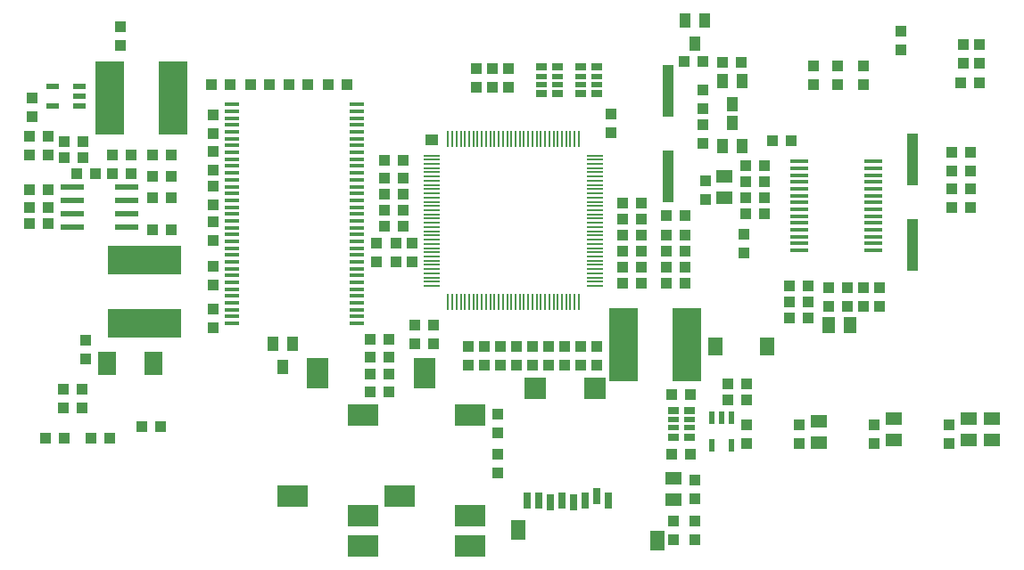
<source format=gbr>
G75*
G70*
%OFA0B0*%
%FSLAX24Y24*%
%IPPOS*%
%LPD*%
%AMOC8*
5,1,8,0,0,1.08239X$1,22.5*
%
%ADD10R,0.0079X0.0591*%
%ADD11R,0.0591X0.0079*%
%ADD12R,0.0400X0.0400*%
%ADD13R,0.0394X0.1969*%
%ADD14R,0.0394X0.0551*%
%ADD15R,0.0315X0.0591*%
%ADD16R,0.0787X0.0787*%
%ADD17R,0.0551X0.0748*%
%ADD18R,0.0600X0.0500*%
%ADD19R,0.0551X0.0157*%
%ADD20R,0.0400X0.0300*%
%ADD21R,0.0400X0.0200*%
%ADD22R,0.0866X0.0236*%
%ADD23R,0.0472X0.0217*%
%ADD24R,0.2756X0.1102*%
%ADD25R,0.1102X0.2756*%
%ADD26R,0.0571X0.0709*%
%ADD27R,0.1181X0.0787*%
%ADD28R,0.0787X0.1181*%
%ADD29R,0.0500X0.0400*%
%ADD30R,0.0217X0.0472*%
%ADD31R,0.0689X0.0138*%
%ADD32R,0.0500X0.0600*%
%ADD33R,0.0700X0.0900*%
D10*
X018847Y013849D03*
X019004Y013849D03*
X019162Y013849D03*
X019319Y013849D03*
X019477Y013849D03*
X019634Y013849D03*
X019791Y013849D03*
X019949Y013849D03*
X020106Y013849D03*
X020264Y013849D03*
X020421Y013849D03*
X020579Y013849D03*
X020736Y013849D03*
X020894Y013849D03*
X021051Y013849D03*
X021209Y013849D03*
X021366Y013849D03*
X021524Y013849D03*
X021681Y013849D03*
X021839Y013849D03*
X021996Y013849D03*
X022154Y013849D03*
X022311Y013849D03*
X022469Y013849D03*
X022626Y013849D03*
X022784Y013849D03*
X022941Y013849D03*
X023099Y013849D03*
X023256Y013849D03*
X023414Y013849D03*
X023571Y013849D03*
X023729Y013849D03*
X023729Y019952D03*
X023571Y019952D03*
X023414Y019952D03*
X023256Y019952D03*
X023099Y019952D03*
X022941Y019952D03*
X022784Y019952D03*
X022626Y019952D03*
X022469Y019952D03*
X022311Y019952D03*
X022154Y019952D03*
X021996Y019952D03*
X021839Y019952D03*
X021681Y019952D03*
X021524Y019952D03*
X021366Y019952D03*
X021209Y019952D03*
X021051Y019952D03*
X020894Y019952D03*
X020736Y019952D03*
X020579Y019952D03*
X020421Y019952D03*
X020264Y019952D03*
X020106Y019952D03*
X019949Y019952D03*
X019791Y019952D03*
X019634Y019952D03*
X019477Y019952D03*
X019319Y019952D03*
X019162Y019952D03*
X019004Y019952D03*
X018847Y019952D03*
D11*
X018236Y019341D03*
X018236Y019184D03*
X018236Y019026D03*
X018236Y018869D03*
X018236Y018711D03*
X018236Y018554D03*
X018236Y018397D03*
X018236Y018239D03*
X018236Y018082D03*
X018236Y017924D03*
X018236Y017767D03*
X018236Y017609D03*
X018236Y017452D03*
X018236Y017294D03*
X018236Y017137D03*
X018236Y016979D03*
X018236Y016822D03*
X018236Y016664D03*
X018236Y016507D03*
X018236Y016349D03*
X018236Y016192D03*
X018236Y016034D03*
X018236Y015877D03*
X018236Y015719D03*
X018236Y015562D03*
X018236Y015404D03*
X018236Y015247D03*
X018236Y015089D03*
X018236Y014932D03*
X018236Y014774D03*
X018236Y014617D03*
X018236Y014460D03*
X024339Y014460D03*
X024339Y014617D03*
X024339Y014774D03*
X024339Y014932D03*
X024339Y015089D03*
X024339Y015247D03*
X024339Y015404D03*
X024339Y015562D03*
X024339Y015719D03*
X024339Y015877D03*
X024339Y016034D03*
X024339Y016192D03*
X024339Y016349D03*
X024339Y016507D03*
X024339Y016664D03*
X024339Y016822D03*
X024339Y016979D03*
X024339Y017137D03*
X024339Y017294D03*
X024339Y017452D03*
X024339Y017609D03*
X024339Y017767D03*
X024339Y017924D03*
X024339Y018082D03*
X024339Y018239D03*
X024339Y018397D03*
X024339Y018554D03*
X024339Y018711D03*
X024339Y018869D03*
X024339Y019026D03*
X024339Y019184D03*
X024339Y019341D03*
D12*
X003812Y008752D03*
X004512Y008752D03*
X005512Y008752D03*
X006212Y008752D03*
X007412Y009202D03*
X008112Y009202D03*
X005162Y009902D03*
X004462Y009902D03*
X004462Y010602D03*
X005162Y010602D03*
X005302Y011732D03*
X005302Y012432D03*
X010062Y012892D03*
X010062Y013592D03*
X010062Y014502D03*
X010062Y015202D03*
X010062Y016152D03*
X010062Y016852D03*
X010062Y017502D03*
X010062Y018202D03*
X010062Y018802D03*
X010062Y019502D03*
X010062Y020152D03*
X010062Y020852D03*
X010012Y022002D03*
X010712Y022002D03*
X011462Y022002D03*
X012162Y022002D03*
X012912Y022002D03*
X013612Y022002D03*
X014362Y022002D03*
X015062Y022002D03*
X016462Y019152D03*
X016462Y018502D03*
X016462Y017902D03*
X016462Y017302D03*
X016462Y016702D03*
X017162Y016702D03*
X017162Y017302D03*
X017162Y017902D03*
X017162Y018502D03*
X017162Y019152D03*
X016912Y016052D03*
X016162Y016052D03*
X016162Y015352D03*
X016912Y015352D03*
X017512Y015352D03*
X017512Y016052D03*
X017612Y013002D03*
X017612Y012302D03*
X018312Y012302D03*
X018312Y013002D03*
X019612Y012202D03*
X020212Y012202D03*
X020812Y012202D03*
X021412Y012202D03*
X022012Y012202D03*
X022612Y012202D03*
X023212Y012202D03*
X023812Y012202D03*
X024412Y012202D03*
X024412Y011502D03*
X023812Y011502D03*
X023212Y011502D03*
X022612Y011502D03*
X022012Y011502D03*
X021412Y011502D03*
X020812Y011502D03*
X020212Y011502D03*
X019612Y011502D03*
X020712Y009652D03*
X020712Y008952D03*
X020712Y008152D03*
X020712Y007452D03*
X016642Y010502D03*
X016642Y011152D03*
X016642Y011802D03*
X015942Y011802D03*
X015942Y011152D03*
X015942Y010502D03*
X015942Y012452D03*
X016642Y012452D03*
X008512Y016552D03*
X007812Y016552D03*
X007812Y017752D03*
X008512Y017752D03*
X008512Y018552D03*
X007812Y018552D03*
X007012Y018652D03*
X006312Y018652D03*
X005662Y018652D03*
X004962Y018652D03*
X005212Y019252D03*
X005212Y019852D03*
X004512Y019852D03*
X003912Y020052D03*
X003912Y019352D03*
X004512Y019252D03*
X003212Y019352D03*
X003212Y020052D03*
X003312Y020802D03*
X003312Y021502D03*
X006312Y019352D03*
X007012Y019352D03*
X007812Y019352D03*
X008512Y019352D03*
X003912Y018052D03*
X003212Y018052D03*
X003212Y017402D03*
X003212Y016802D03*
X003912Y016802D03*
X003912Y017402D03*
X006612Y023452D03*
X006612Y024152D03*
X019912Y022602D03*
X020512Y022602D03*
X021112Y022602D03*
X021112Y021902D03*
X020512Y021902D03*
X019912Y021902D03*
X024922Y020892D03*
X024922Y020192D03*
X028362Y020502D03*
X028362Y021102D03*
X028362Y021802D03*
X028362Y022852D03*
X027662Y022852D03*
X029112Y022842D03*
X029812Y022842D03*
X032512Y022702D03*
X032512Y022002D03*
X033412Y022002D03*
X033412Y022702D03*
X034362Y022702D03*
X034362Y022002D03*
X035762Y023302D03*
X035762Y024002D03*
X038112Y023502D03*
X038712Y023502D03*
X038712Y022802D03*
X038112Y022802D03*
X038012Y022052D03*
X038712Y022052D03*
X038362Y019452D03*
X038362Y018752D03*
X038362Y018102D03*
X037662Y018102D03*
X037662Y018752D03*
X037662Y019452D03*
X037662Y017402D03*
X038362Y017402D03*
X034962Y014402D03*
X034362Y014402D03*
X033762Y014402D03*
X033762Y013702D03*
X034362Y013702D03*
X034962Y013702D03*
X033062Y013702D03*
X032312Y013852D03*
X032312Y013252D03*
X031612Y013252D03*
X031612Y013852D03*
X031612Y014452D03*
X032312Y014452D03*
X033062Y014402D03*
X029912Y015702D03*
X029912Y016402D03*
X029962Y017152D03*
X029962Y017752D03*
X029962Y018352D03*
X029962Y018952D03*
X030662Y018952D03*
X030662Y018352D03*
X030662Y017752D03*
X030662Y017152D03*
X028462Y017702D03*
X027712Y017102D03*
X027012Y017102D03*
X027012Y016352D03*
X027012Y015752D03*
X027012Y015152D03*
X027012Y014552D03*
X027712Y014552D03*
X027712Y015152D03*
X027712Y015752D03*
X027712Y016352D03*
X026062Y016352D03*
X026062Y015752D03*
X026062Y015152D03*
X026062Y014552D03*
X025362Y014552D03*
X025362Y015152D03*
X025362Y015752D03*
X025362Y016352D03*
X025362Y016952D03*
X025362Y017552D03*
X026062Y017552D03*
X026062Y016952D03*
X028462Y018402D03*
X028362Y019802D03*
X030962Y019902D03*
X031662Y019902D03*
X030012Y010802D03*
X029312Y010802D03*
X029312Y010202D03*
X030012Y010202D03*
X030012Y009252D03*
X030012Y008552D03*
X028062Y007202D03*
X028062Y006502D03*
X028062Y005652D03*
X027262Y005652D03*
X027262Y004952D03*
X028062Y004952D03*
X027912Y008152D03*
X027212Y008152D03*
X027212Y010402D03*
X027912Y010402D03*
X031962Y009252D03*
X031962Y008552D03*
X034762Y008552D03*
X034762Y009252D03*
X037562Y009252D03*
X037562Y008552D03*
D13*
X036212Y016002D03*
X036212Y019202D03*
X027062Y018552D03*
X027062Y021752D03*
D14*
X029088Y022136D03*
X029836Y022136D03*
X029462Y021269D03*
X029462Y020546D03*
X029088Y019679D03*
X029836Y019679D03*
X028062Y023519D03*
X027688Y024386D03*
X028436Y024386D03*
X013036Y012286D03*
X012288Y012286D03*
X012662Y011419D03*
D15*
X021791Y006440D03*
X022224Y006440D03*
X022657Y006361D03*
X023090Y006440D03*
X023523Y006361D03*
X023956Y006440D03*
X024389Y006597D03*
X024822Y006440D03*
D16*
X024350Y010613D03*
X022106Y010613D03*
D17*
X021476Y005318D03*
X026653Y004924D03*
D18*
X027262Y006452D03*
X027262Y007252D03*
X032712Y008602D03*
X032712Y009402D03*
X035512Y009502D03*
X035512Y008702D03*
X038312Y008702D03*
X039162Y008702D03*
X039162Y009502D03*
X038312Y009502D03*
X029162Y017752D03*
X029162Y018552D03*
D19*
X015445Y018432D03*
X015445Y018688D03*
X015445Y018944D03*
X015445Y019200D03*
X015445Y019456D03*
X015445Y019711D03*
X015445Y019967D03*
X015445Y020223D03*
X015445Y020479D03*
X015445Y020735D03*
X015445Y020991D03*
X015445Y021247D03*
X015445Y018176D03*
X015445Y017920D03*
X015445Y017664D03*
X015445Y017408D03*
X015445Y017152D03*
X015445Y016897D03*
X015445Y016641D03*
X015445Y016385D03*
X015445Y016129D03*
X015445Y015873D03*
X015445Y015617D03*
X015445Y015361D03*
X015445Y015105D03*
X015445Y014849D03*
X015445Y014593D03*
X015445Y014337D03*
X015445Y014082D03*
X015445Y013826D03*
X015445Y013570D03*
X015445Y013314D03*
X015445Y013058D03*
X010780Y013058D03*
X010780Y013314D03*
X010780Y013570D03*
X010780Y013826D03*
X010780Y014082D03*
X010780Y014337D03*
X010780Y014593D03*
X010780Y014849D03*
X010780Y015105D03*
X010780Y015361D03*
X010780Y015617D03*
X010780Y015873D03*
X010780Y016129D03*
X010780Y016385D03*
X010780Y016641D03*
X010780Y016897D03*
X010780Y017152D03*
X010780Y017408D03*
X010780Y017664D03*
X010780Y017920D03*
X010780Y018176D03*
X010780Y018432D03*
X010780Y018688D03*
X010780Y018944D03*
X010780Y019200D03*
X010780Y019456D03*
X010780Y019711D03*
X010780Y019967D03*
X010780Y020223D03*
X010780Y020479D03*
X010780Y020735D03*
X010780Y020991D03*
X010780Y021247D03*
D20*
X022342Y021652D03*
X022942Y021652D03*
X023792Y021652D03*
X024392Y021652D03*
X024392Y022652D03*
X023792Y022652D03*
X022942Y022652D03*
X022342Y022652D03*
X027262Y009802D03*
X027862Y009802D03*
X027862Y008802D03*
X027262Y008802D03*
D21*
X027262Y009152D03*
X027262Y009452D03*
X027862Y009452D03*
X027862Y009152D03*
X024392Y022002D03*
X024392Y022302D03*
X023792Y022302D03*
X023792Y022002D03*
X022942Y022002D03*
X022942Y022302D03*
X022342Y022302D03*
X022342Y022002D03*
D22*
X006836Y018152D03*
X006836Y017652D03*
X006836Y017152D03*
X006836Y016652D03*
X004789Y016652D03*
X004789Y017152D03*
X004789Y017652D03*
X004789Y018152D03*
D23*
X005074Y021178D03*
X005074Y021552D03*
X005074Y021926D03*
X004051Y021926D03*
X004051Y021178D03*
D24*
X007512Y015434D03*
X007512Y013071D03*
D25*
X008563Y021502D03*
X006201Y021502D03*
X025391Y012272D03*
X027753Y012272D03*
D26*
X028850Y012202D03*
X030775Y012202D03*
D27*
X019659Y009611D03*
X015659Y009611D03*
X017021Y006580D03*
X015659Y005871D03*
X015659Y004729D03*
X013021Y006580D03*
X019659Y005871D03*
X019659Y004729D03*
D28*
X017966Y011186D03*
X013966Y011186D03*
D29*
X018222Y019922D03*
D30*
X028688Y009514D03*
X029062Y009514D03*
X029436Y009514D03*
X029436Y008491D03*
X028688Y008491D03*
D31*
X031975Y015789D03*
X031975Y016045D03*
X031975Y016301D03*
X031975Y016557D03*
X031975Y016813D03*
X031975Y017069D03*
X031975Y017324D03*
X031975Y017580D03*
X031975Y017836D03*
X031975Y018092D03*
X031975Y018348D03*
X031975Y018604D03*
X031975Y018860D03*
X031975Y019116D03*
X034750Y019116D03*
X034750Y018860D03*
X034750Y018604D03*
X034750Y018348D03*
X034750Y018092D03*
X034750Y017836D03*
X034750Y017580D03*
X034750Y017324D03*
X034750Y017069D03*
X034750Y016813D03*
X034750Y016557D03*
X034750Y016301D03*
X034750Y016045D03*
X034750Y015789D03*
D32*
X033862Y013002D03*
X033062Y013002D03*
D33*
X007819Y011552D03*
X006105Y011552D03*
M02*

</source>
